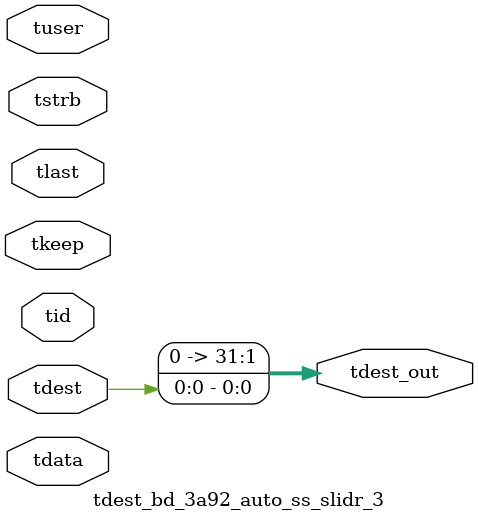
<source format=v>


`timescale 1ps/1ps

module tdest_bd_3a92_auto_ss_slidr_3 #
(
parameter C_S_AXIS_TDATA_WIDTH = 32,
parameter C_S_AXIS_TUSER_WIDTH = 0,
parameter C_S_AXIS_TID_WIDTH   = 0,
parameter C_S_AXIS_TDEST_WIDTH = 0,
parameter C_M_AXIS_TDEST_WIDTH = 32
)
(
input  [(C_S_AXIS_TDATA_WIDTH == 0 ? 1 : C_S_AXIS_TDATA_WIDTH)-1:0     ] tdata,
input  [(C_S_AXIS_TUSER_WIDTH == 0 ? 1 : C_S_AXIS_TUSER_WIDTH)-1:0     ] tuser,
input  [(C_S_AXIS_TID_WIDTH   == 0 ? 1 : C_S_AXIS_TID_WIDTH)-1:0       ] tid,
input  [(C_S_AXIS_TDEST_WIDTH == 0 ? 1 : C_S_AXIS_TDEST_WIDTH)-1:0     ] tdest,
input  [(C_S_AXIS_TDATA_WIDTH/8)-1:0 ] tkeep,
input  [(C_S_AXIS_TDATA_WIDTH/8)-1:0 ] tstrb,
input                                                                    tlast,
output [C_M_AXIS_TDEST_WIDTH-1:0] tdest_out
);

assign tdest_out = {tdest[0:0]};

endmodule


</source>
